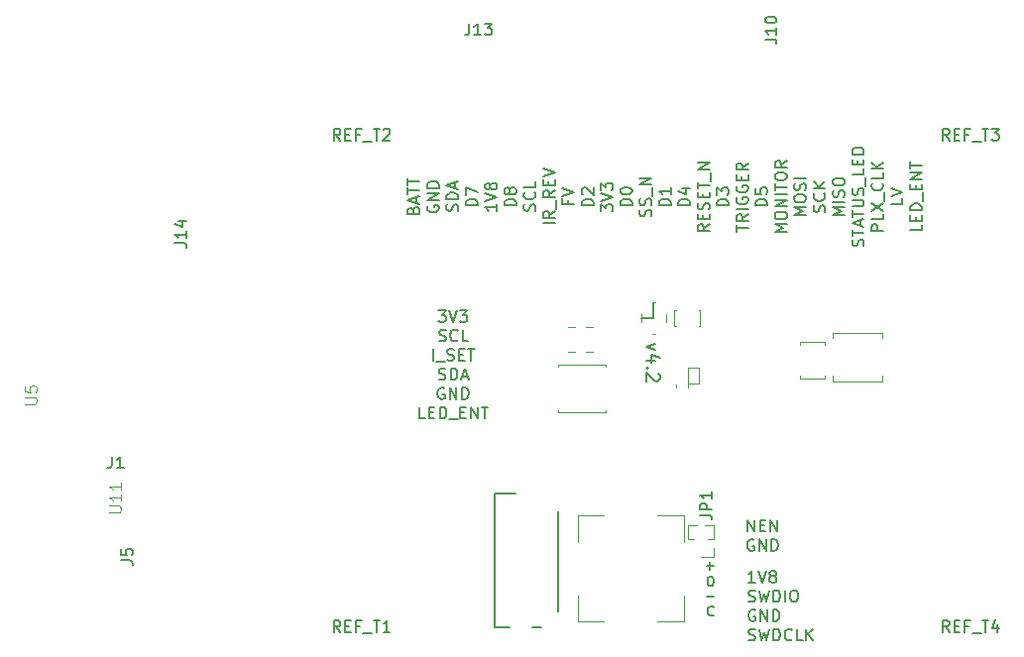
<source format=gbr>
G04 #@! TF.GenerationSoftware,KiCad,Pcbnew,(5.1.5)-3*
G04 #@! TF.CreationDate,2020-09-29T09:43:07+09:00*
G04 #@! TF.ProjectId,WF_Board,57465f42-6f61-4726-942e-6b696361645f,rev?*
G04 #@! TF.SameCoordinates,Original*
G04 #@! TF.FileFunction,Legend,Top*
G04 #@! TF.FilePolarity,Positive*
%FSLAX46Y46*%
G04 Gerber Fmt 4.6, Leading zero omitted, Abs format (unit mm)*
G04 Created by KiCad (PCBNEW (5.1.5)-3) date 2020-09-29 09:43:07*
%MOMM*%
%LPD*%
G04 APERTURE LIST*
%ADD10C,0.150000*%
%ADD11C,0.177800*%
%ADD12C,0.120000*%
%ADD13C,0.100000*%
G04 APERTURE END LIST*
D10*
X116428571Y-78394047D02*
X116476190Y-78251190D01*
X116523809Y-78203571D01*
X116619047Y-78155952D01*
X116761904Y-78155952D01*
X116857142Y-78203571D01*
X116904761Y-78251190D01*
X116952380Y-78346428D01*
X116952380Y-78727380D01*
X115952380Y-78727380D01*
X115952380Y-78394047D01*
X116000000Y-78298809D01*
X116047619Y-78251190D01*
X116142857Y-78203571D01*
X116238095Y-78203571D01*
X116333333Y-78251190D01*
X116380952Y-78298809D01*
X116428571Y-78394047D01*
X116428571Y-78727380D01*
X116666666Y-77775000D02*
X116666666Y-77298809D01*
X116952380Y-77870238D02*
X115952380Y-77536904D01*
X116952380Y-77203571D01*
X115952380Y-77013095D02*
X115952380Y-76441666D01*
X116952380Y-76727380D02*
X115952380Y-76727380D01*
X115952380Y-76251190D02*
X115952380Y-75679761D01*
X116952380Y-75965476D02*
X115952380Y-75965476D01*
X117650000Y-78036904D02*
X117602380Y-78132142D01*
X117602380Y-78275000D01*
X117650000Y-78417857D01*
X117745238Y-78513095D01*
X117840476Y-78560714D01*
X118030952Y-78608333D01*
X118173809Y-78608333D01*
X118364285Y-78560714D01*
X118459523Y-78513095D01*
X118554761Y-78417857D01*
X118602380Y-78275000D01*
X118602380Y-78179761D01*
X118554761Y-78036904D01*
X118507142Y-77989285D01*
X118173809Y-77989285D01*
X118173809Y-78179761D01*
X118602380Y-77560714D02*
X117602380Y-77560714D01*
X118602380Y-76989285D01*
X117602380Y-76989285D01*
X118602380Y-76513095D02*
X117602380Y-76513095D01*
X117602380Y-76275000D01*
X117650000Y-76132142D01*
X117745238Y-76036904D01*
X117840476Y-75989285D01*
X118030952Y-75941666D01*
X118173809Y-75941666D01*
X118364285Y-75989285D01*
X118459523Y-76036904D01*
X118554761Y-76132142D01*
X118602380Y-76275000D01*
X118602380Y-76513095D01*
X120204761Y-78489285D02*
X120252380Y-78346428D01*
X120252380Y-78108333D01*
X120204761Y-78013095D01*
X120157142Y-77965476D01*
X120061904Y-77917857D01*
X119966666Y-77917857D01*
X119871428Y-77965476D01*
X119823809Y-78013095D01*
X119776190Y-78108333D01*
X119728571Y-78298809D01*
X119680952Y-78394047D01*
X119633333Y-78441666D01*
X119538095Y-78489285D01*
X119442857Y-78489285D01*
X119347619Y-78441666D01*
X119300000Y-78394047D01*
X119252380Y-78298809D01*
X119252380Y-78060714D01*
X119300000Y-77917857D01*
X120252380Y-77489285D02*
X119252380Y-77489285D01*
X119252380Y-77251190D01*
X119300000Y-77108333D01*
X119395238Y-77013095D01*
X119490476Y-76965476D01*
X119680952Y-76917857D01*
X119823809Y-76917857D01*
X120014285Y-76965476D01*
X120109523Y-77013095D01*
X120204761Y-77108333D01*
X120252380Y-77251190D01*
X120252380Y-77489285D01*
X119966666Y-76536904D02*
X119966666Y-76060714D01*
X120252380Y-76632142D02*
X119252380Y-76298809D01*
X120252380Y-75965476D01*
X121902380Y-78013095D02*
X120902380Y-78013095D01*
X120902380Y-77775000D01*
X120950000Y-77632142D01*
X121045238Y-77536904D01*
X121140476Y-77489285D01*
X121330952Y-77441666D01*
X121473809Y-77441666D01*
X121664285Y-77489285D01*
X121759523Y-77536904D01*
X121854761Y-77632142D01*
X121902380Y-77775000D01*
X121902380Y-78013095D01*
X120902380Y-77108333D02*
X120902380Y-76441666D01*
X121902380Y-76870238D01*
X123552380Y-77894047D02*
X123552380Y-78465476D01*
X123552380Y-78179761D02*
X122552380Y-78179761D01*
X122695238Y-78275000D01*
X122790476Y-78370238D01*
X122838095Y-78465476D01*
X122552380Y-77608333D02*
X123552380Y-77275000D01*
X122552380Y-76941666D01*
X122980952Y-76465476D02*
X122933333Y-76560714D01*
X122885714Y-76608333D01*
X122790476Y-76655952D01*
X122742857Y-76655952D01*
X122647619Y-76608333D01*
X122600000Y-76560714D01*
X122552380Y-76465476D01*
X122552380Y-76275000D01*
X122600000Y-76179761D01*
X122647619Y-76132142D01*
X122742857Y-76084523D01*
X122790476Y-76084523D01*
X122885714Y-76132142D01*
X122933333Y-76179761D01*
X122980952Y-76275000D01*
X122980952Y-76465476D01*
X123028571Y-76560714D01*
X123076190Y-76608333D01*
X123171428Y-76655952D01*
X123361904Y-76655952D01*
X123457142Y-76608333D01*
X123504761Y-76560714D01*
X123552380Y-76465476D01*
X123552380Y-76275000D01*
X123504761Y-76179761D01*
X123457142Y-76132142D01*
X123361904Y-76084523D01*
X123171428Y-76084523D01*
X123076190Y-76132142D01*
X123028571Y-76179761D01*
X122980952Y-76275000D01*
X125202380Y-78013095D02*
X124202380Y-78013095D01*
X124202380Y-77775000D01*
X124250000Y-77632142D01*
X124345238Y-77536904D01*
X124440476Y-77489285D01*
X124630952Y-77441666D01*
X124773809Y-77441666D01*
X124964285Y-77489285D01*
X125059523Y-77536904D01*
X125154761Y-77632142D01*
X125202380Y-77775000D01*
X125202380Y-78013095D01*
X124630952Y-76870238D02*
X124583333Y-76965476D01*
X124535714Y-77013095D01*
X124440476Y-77060714D01*
X124392857Y-77060714D01*
X124297619Y-77013095D01*
X124250000Y-76965476D01*
X124202380Y-76870238D01*
X124202380Y-76679761D01*
X124250000Y-76584523D01*
X124297619Y-76536904D01*
X124392857Y-76489285D01*
X124440476Y-76489285D01*
X124535714Y-76536904D01*
X124583333Y-76584523D01*
X124630952Y-76679761D01*
X124630952Y-76870238D01*
X124678571Y-76965476D01*
X124726190Y-77013095D01*
X124821428Y-77060714D01*
X125011904Y-77060714D01*
X125107142Y-77013095D01*
X125154761Y-76965476D01*
X125202380Y-76870238D01*
X125202380Y-76679761D01*
X125154761Y-76584523D01*
X125107142Y-76536904D01*
X125011904Y-76489285D01*
X124821428Y-76489285D01*
X124726190Y-76536904D01*
X124678571Y-76584523D01*
X124630952Y-76679761D01*
X126804761Y-78465476D02*
X126852380Y-78322619D01*
X126852380Y-78084523D01*
X126804761Y-77989285D01*
X126757142Y-77941666D01*
X126661904Y-77894047D01*
X126566666Y-77894047D01*
X126471428Y-77941666D01*
X126423809Y-77989285D01*
X126376190Y-78084523D01*
X126328571Y-78275000D01*
X126280952Y-78370238D01*
X126233333Y-78417857D01*
X126138095Y-78465476D01*
X126042857Y-78465476D01*
X125947619Y-78417857D01*
X125900000Y-78370238D01*
X125852380Y-78275000D01*
X125852380Y-78036904D01*
X125900000Y-77894047D01*
X126757142Y-76894047D02*
X126804761Y-76941666D01*
X126852380Y-77084523D01*
X126852380Y-77179761D01*
X126804761Y-77322619D01*
X126709523Y-77417857D01*
X126614285Y-77465476D01*
X126423809Y-77513095D01*
X126280952Y-77513095D01*
X126090476Y-77465476D01*
X125995238Y-77417857D01*
X125900000Y-77322619D01*
X125852380Y-77179761D01*
X125852380Y-77084523D01*
X125900000Y-76941666D01*
X125947619Y-76894047D01*
X126852380Y-75989285D02*
X126852380Y-76465476D01*
X125852380Y-76465476D01*
X128502380Y-79536904D02*
X127502380Y-79536904D01*
X128502380Y-78489285D02*
X128026190Y-78822619D01*
X128502380Y-79060714D02*
X127502380Y-79060714D01*
X127502380Y-78679761D01*
X127550000Y-78584523D01*
X127597619Y-78536904D01*
X127692857Y-78489285D01*
X127835714Y-78489285D01*
X127930952Y-78536904D01*
X127978571Y-78584523D01*
X128026190Y-78679761D01*
X128026190Y-79060714D01*
X128597619Y-78298809D02*
X128597619Y-77536904D01*
X128502380Y-76727380D02*
X128026190Y-77060714D01*
X128502380Y-77298809D02*
X127502380Y-77298809D01*
X127502380Y-76917857D01*
X127550000Y-76822619D01*
X127597619Y-76775000D01*
X127692857Y-76727380D01*
X127835714Y-76727380D01*
X127930952Y-76775000D01*
X127978571Y-76822619D01*
X128026190Y-76917857D01*
X128026190Y-77298809D01*
X127978571Y-76298809D02*
X127978571Y-75965476D01*
X128502380Y-75822619D02*
X128502380Y-76298809D01*
X127502380Y-76298809D01*
X127502380Y-75822619D01*
X127502380Y-75536904D02*
X128502380Y-75203571D01*
X127502380Y-74870238D01*
X129628571Y-77560714D02*
X129628571Y-77894047D01*
X130152380Y-77894047D02*
X129152380Y-77894047D01*
X129152380Y-77417857D01*
X129152380Y-77179761D02*
X130152380Y-76846428D01*
X129152380Y-76513095D01*
X131802380Y-78013095D02*
X130802380Y-78013095D01*
X130802380Y-77775000D01*
X130850000Y-77632142D01*
X130945238Y-77536904D01*
X131040476Y-77489285D01*
X131230952Y-77441666D01*
X131373809Y-77441666D01*
X131564285Y-77489285D01*
X131659523Y-77536904D01*
X131754761Y-77632142D01*
X131802380Y-77775000D01*
X131802380Y-78013095D01*
X130897619Y-77060714D02*
X130850000Y-77013095D01*
X130802380Y-76917857D01*
X130802380Y-76679761D01*
X130850000Y-76584523D01*
X130897619Y-76536904D01*
X130992857Y-76489285D01*
X131088095Y-76489285D01*
X131230952Y-76536904D01*
X131802380Y-77108333D01*
X131802380Y-76489285D01*
X132452380Y-78513095D02*
X132452380Y-77894047D01*
X132833333Y-78227380D01*
X132833333Y-78084523D01*
X132880952Y-77989285D01*
X132928571Y-77941666D01*
X133023809Y-77894047D01*
X133261904Y-77894047D01*
X133357142Y-77941666D01*
X133404761Y-77989285D01*
X133452380Y-78084523D01*
X133452380Y-78370238D01*
X133404761Y-78465476D01*
X133357142Y-78513095D01*
X132452380Y-77608333D02*
X133452380Y-77275000D01*
X132452380Y-76941666D01*
X132452380Y-76703571D02*
X132452380Y-76084523D01*
X132833333Y-76417857D01*
X132833333Y-76275000D01*
X132880952Y-76179761D01*
X132928571Y-76132142D01*
X133023809Y-76084523D01*
X133261904Y-76084523D01*
X133357142Y-76132142D01*
X133404761Y-76179761D01*
X133452380Y-76275000D01*
X133452380Y-76560714D01*
X133404761Y-76655952D01*
X133357142Y-76703571D01*
X135102380Y-78013095D02*
X134102380Y-78013095D01*
X134102380Y-77775000D01*
X134150000Y-77632142D01*
X134245238Y-77536904D01*
X134340476Y-77489285D01*
X134530952Y-77441666D01*
X134673809Y-77441666D01*
X134864285Y-77489285D01*
X134959523Y-77536904D01*
X135054761Y-77632142D01*
X135102380Y-77775000D01*
X135102380Y-78013095D01*
X134102380Y-76822619D02*
X134102380Y-76727380D01*
X134150000Y-76632142D01*
X134197619Y-76584523D01*
X134292857Y-76536904D01*
X134483333Y-76489285D01*
X134721428Y-76489285D01*
X134911904Y-76536904D01*
X135007142Y-76584523D01*
X135054761Y-76632142D01*
X135102380Y-76727380D01*
X135102380Y-76822619D01*
X135054761Y-76917857D01*
X135007142Y-76965476D01*
X134911904Y-77013095D01*
X134721428Y-77060714D01*
X134483333Y-77060714D01*
X134292857Y-77013095D01*
X134197619Y-76965476D01*
X134150000Y-76917857D01*
X134102380Y-76822619D01*
X136704761Y-78941666D02*
X136752380Y-78798809D01*
X136752380Y-78560714D01*
X136704761Y-78465476D01*
X136657142Y-78417857D01*
X136561904Y-78370238D01*
X136466666Y-78370238D01*
X136371428Y-78417857D01*
X136323809Y-78465476D01*
X136276190Y-78560714D01*
X136228571Y-78751190D01*
X136180952Y-78846428D01*
X136133333Y-78894047D01*
X136038095Y-78941666D01*
X135942857Y-78941666D01*
X135847619Y-78894047D01*
X135800000Y-78846428D01*
X135752380Y-78751190D01*
X135752380Y-78513095D01*
X135800000Y-78370238D01*
X136704761Y-77989285D02*
X136752380Y-77846428D01*
X136752380Y-77608333D01*
X136704761Y-77513095D01*
X136657142Y-77465476D01*
X136561904Y-77417857D01*
X136466666Y-77417857D01*
X136371428Y-77465476D01*
X136323809Y-77513095D01*
X136276190Y-77608333D01*
X136228571Y-77798809D01*
X136180952Y-77894047D01*
X136133333Y-77941666D01*
X136038095Y-77989285D01*
X135942857Y-77989285D01*
X135847619Y-77941666D01*
X135800000Y-77894047D01*
X135752380Y-77798809D01*
X135752380Y-77560714D01*
X135800000Y-77417857D01*
X136847619Y-77227380D02*
X136847619Y-76465476D01*
X136752380Y-76227380D02*
X135752380Y-76227380D01*
X136752380Y-75655952D01*
X135752380Y-75655952D01*
X138402380Y-78013095D02*
X137402380Y-78013095D01*
X137402380Y-77775000D01*
X137450000Y-77632142D01*
X137545238Y-77536904D01*
X137640476Y-77489285D01*
X137830952Y-77441666D01*
X137973809Y-77441666D01*
X138164285Y-77489285D01*
X138259523Y-77536904D01*
X138354761Y-77632142D01*
X138402380Y-77775000D01*
X138402380Y-78013095D01*
X138402380Y-76489285D02*
X138402380Y-77060714D01*
X138402380Y-76775000D02*
X137402380Y-76775000D01*
X137545238Y-76870238D01*
X137640476Y-76965476D01*
X137688095Y-77060714D01*
X140052380Y-78013095D02*
X139052380Y-78013095D01*
X139052380Y-77775000D01*
X139100000Y-77632142D01*
X139195238Y-77536904D01*
X139290476Y-77489285D01*
X139480952Y-77441666D01*
X139623809Y-77441666D01*
X139814285Y-77489285D01*
X139909523Y-77536904D01*
X140004761Y-77632142D01*
X140052380Y-77775000D01*
X140052380Y-78013095D01*
X139385714Y-76584523D02*
X140052380Y-76584523D01*
X139004761Y-76822619D02*
X139719047Y-77060714D01*
X139719047Y-76441666D01*
X141702380Y-79632142D02*
X141226190Y-79965476D01*
X141702380Y-80203571D02*
X140702380Y-80203571D01*
X140702380Y-79822619D01*
X140750000Y-79727380D01*
X140797619Y-79679761D01*
X140892857Y-79632142D01*
X141035714Y-79632142D01*
X141130952Y-79679761D01*
X141178571Y-79727380D01*
X141226190Y-79822619D01*
X141226190Y-80203571D01*
X141178571Y-79203571D02*
X141178571Y-78870238D01*
X141702380Y-78727380D02*
X141702380Y-79203571D01*
X140702380Y-79203571D01*
X140702380Y-78727380D01*
X141654761Y-78346428D02*
X141702380Y-78203571D01*
X141702380Y-77965476D01*
X141654761Y-77870238D01*
X141607142Y-77822619D01*
X141511904Y-77775000D01*
X141416666Y-77775000D01*
X141321428Y-77822619D01*
X141273809Y-77870238D01*
X141226190Y-77965476D01*
X141178571Y-78155952D01*
X141130952Y-78251190D01*
X141083333Y-78298809D01*
X140988095Y-78346428D01*
X140892857Y-78346428D01*
X140797619Y-78298809D01*
X140750000Y-78251190D01*
X140702380Y-78155952D01*
X140702380Y-77917857D01*
X140750000Y-77775000D01*
X141178571Y-77346428D02*
X141178571Y-77013095D01*
X141702380Y-76870238D02*
X141702380Y-77346428D01*
X140702380Y-77346428D01*
X140702380Y-76870238D01*
X140702380Y-76584523D02*
X140702380Y-76013095D01*
X141702380Y-76298809D02*
X140702380Y-76298809D01*
X141797619Y-75917857D02*
X141797619Y-75155952D01*
X141702380Y-74917857D02*
X140702380Y-74917857D01*
X141702380Y-74346428D01*
X140702380Y-74346428D01*
X143352380Y-78013095D02*
X142352380Y-78013095D01*
X142352380Y-77775000D01*
X142400000Y-77632142D01*
X142495238Y-77536904D01*
X142590476Y-77489285D01*
X142780952Y-77441666D01*
X142923809Y-77441666D01*
X143114285Y-77489285D01*
X143209523Y-77536904D01*
X143304761Y-77632142D01*
X143352380Y-77775000D01*
X143352380Y-78013095D01*
X142352380Y-77108333D02*
X142352380Y-76489285D01*
X142733333Y-76822619D01*
X142733333Y-76679761D01*
X142780952Y-76584523D01*
X142828571Y-76536904D01*
X142923809Y-76489285D01*
X143161904Y-76489285D01*
X143257142Y-76536904D01*
X143304761Y-76584523D01*
X143352380Y-76679761D01*
X143352380Y-76965476D01*
X143304761Y-77060714D01*
X143257142Y-77108333D01*
X144002380Y-80251190D02*
X144002380Y-79679761D01*
X145002380Y-79965476D02*
X144002380Y-79965476D01*
X145002380Y-78775000D02*
X144526190Y-79108333D01*
X145002380Y-79346428D02*
X144002380Y-79346428D01*
X144002380Y-78965476D01*
X144050000Y-78870238D01*
X144097619Y-78822619D01*
X144192857Y-78775000D01*
X144335714Y-78775000D01*
X144430952Y-78822619D01*
X144478571Y-78870238D01*
X144526190Y-78965476D01*
X144526190Y-79346428D01*
X145002380Y-78346428D02*
X144002380Y-78346428D01*
X144050000Y-77346428D02*
X144002380Y-77441666D01*
X144002380Y-77584523D01*
X144050000Y-77727380D01*
X144145238Y-77822619D01*
X144240476Y-77870238D01*
X144430952Y-77917857D01*
X144573809Y-77917857D01*
X144764285Y-77870238D01*
X144859523Y-77822619D01*
X144954761Y-77727380D01*
X145002380Y-77584523D01*
X145002380Y-77489285D01*
X144954761Y-77346428D01*
X144907142Y-77298809D01*
X144573809Y-77298809D01*
X144573809Y-77489285D01*
X144050000Y-76346428D02*
X144002380Y-76441666D01*
X144002380Y-76584523D01*
X144050000Y-76727380D01*
X144145238Y-76822619D01*
X144240476Y-76870238D01*
X144430952Y-76917857D01*
X144573809Y-76917857D01*
X144764285Y-76870238D01*
X144859523Y-76822619D01*
X144954761Y-76727380D01*
X145002380Y-76584523D01*
X145002380Y-76489285D01*
X144954761Y-76346428D01*
X144907142Y-76298809D01*
X144573809Y-76298809D01*
X144573809Y-76489285D01*
X144478571Y-75870238D02*
X144478571Y-75536904D01*
X145002380Y-75394047D02*
X145002380Y-75870238D01*
X144002380Y-75870238D01*
X144002380Y-75394047D01*
X145002380Y-74394047D02*
X144526190Y-74727380D01*
X145002380Y-74965476D02*
X144002380Y-74965476D01*
X144002380Y-74584523D01*
X144050000Y-74489285D01*
X144097619Y-74441666D01*
X144192857Y-74394047D01*
X144335714Y-74394047D01*
X144430952Y-74441666D01*
X144478571Y-74489285D01*
X144526190Y-74584523D01*
X144526190Y-74965476D01*
X146652380Y-78013095D02*
X145652380Y-78013095D01*
X145652380Y-77775000D01*
X145700000Y-77632142D01*
X145795238Y-77536904D01*
X145890476Y-77489285D01*
X146080952Y-77441666D01*
X146223809Y-77441666D01*
X146414285Y-77489285D01*
X146509523Y-77536904D01*
X146604761Y-77632142D01*
X146652380Y-77775000D01*
X146652380Y-78013095D01*
X145652380Y-76536904D02*
X145652380Y-77013095D01*
X146128571Y-77060714D01*
X146080952Y-77013095D01*
X146033333Y-76917857D01*
X146033333Y-76679761D01*
X146080952Y-76584523D01*
X146128571Y-76536904D01*
X146223809Y-76489285D01*
X146461904Y-76489285D01*
X146557142Y-76536904D01*
X146604761Y-76584523D01*
X146652380Y-76679761D01*
X146652380Y-76917857D01*
X146604761Y-77013095D01*
X146557142Y-77060714D01*
X148302380Y-80298809D02*
X147302380Y-80298809D01*
X148016666Y-79965476D01*
X147302380Y-79632142D01*
X148302380Y-79632142D01*
X147302380Y-78965476D02*
X147302380Y-78775000D01*
X147350000Y-78679761D01*
X147445238Y-78584523D01*
X147635714Y-78536904D01*
X147969047Y-78536904D01*
X148159523Y-78584523D01*
X148254761Y-78679761D01*
X148302380Y-78775000D01*
X148302380Y-78965476D01*
X148254761Y-79060714D01*
X148159523Y-79155952D01*
X147969047Y-79203571D01*
X147635714Y-79203571D01*
X147445238Y-79155952D01*
X147350000Y-79060714D01*
X147302380Y-78965476D01*
X148302380Y-78108333D02*
X147302380Y-78108333D01*
X148302380Y-77536904D01*
X147302380Y-77536904D01*
X148302380Y-77060714D02*
X147302380Y-77060714D01*
X147302380Y-76727380D02*
X147302380Y-76155952D01*
X148302380Y-76441666D02*
X147302380Y-76441666D01*
X147302380Y-75632142D02*
X147302380Y-75441666D01*
X147350000Y-75346428D01*
X147445238Y-75251190D01*
X147635714Y-75203571D01*
X147969047Y-75203571D01*
X148159523Y-75251190D01*
X148254761Y-75346428D01*
X148302380Y-75441666D01*
X148302380Y-75632142D01*
X148254761Y-75727380D01*
X148159523Y-75822619D01*
X147969047Y-75870238D01*
X147635714Y-75870238D01*
X147445238Y-75822619D01*
X147350000Y-75727380D01*
X147302380Y-75632142D01*
X148302380Y-74203571D02*
X147826190Y-74536904D01*
X148302380Y-74775000D02*
X147302380Y-74775000D01*
X147302380Y-74394047D01*
X147350000Y-74298809D01*
X147397619Y-74251190D01*
X147492857Y-74203571D01*
X147635714Y-74203571D01*
X147730952Y-74251190D01*
X147778571Y-74298809D01*
X147826190Y-74394047D01*
X147826190Y-74775000D01*
X149952380Y-78846428D02*
X148952380Y-78846428D01*
X149666666Y-78513095D01*
X148952380Y-78179761D01*
X149952380Y-78179761D01*
X148952380Y-77513095D02*
X148952380Y-77322619D01*
X149000000Y-77227380D01*
X149095238Y-77132142D01*
X149285714Y-77084523D01*
X149619047Y-77084523D01*
X149809523Y-77132142D01*
X149904761Y-77227380D01*
X149952380Y-77322619D01*
X149952380Y-77513095D01*
X149904761Y-77608333D01*
X149809523Y-77703571D01*
X149619047Y-77751190D01*
X149285714Y-77751190D01*
X149095238Y-77703571D01*
X149000000Y-77608333D01*
X148952380Y-77513095D01*
X149904761Y-76703571D02*
X149952380Y-76560714D01*
X149952380Y-76322619D01*
X149904761Y-76227380D01*
X149857142Y-76179761D01*
X149761904Y-76132142D01*
X149666666Y-76132142D01*
X149571428Y-76179761D01*
X149523809Y-76227380D01*
X149476190Y-76322619D01*
X149428571Y-76513095D01*
X149380952Y-76608333D01*
X149333333Y-76655952D01*
X149238095Y-76703571D01*
X149142857Y-76703571D01*
X149047619Y-76655952D01*
X149000000Y-76608333D01*
X148952380Y-76513095D01*
X148952380Y-76275000D01*
X149000000Y-76132142D01*
X149952380Y-75703571D02*
X148952380Y-75703571D01*
X151554761Y-78560714D02*
X151602380Y-78417857D01*
X151602380Y-78179761D01*
X151554761Y-78084523D01*
X151507142Y-78036904D01*
X151411904Y-77989285D01*
X151316666Y-77989285D01*
X151221428Y-78036904D01*
X151173809Y-78084523D01*
X151126190Y-78179761D01*
X151078571Y-78370238D01*
X151030952Y-78465476D01*
X150983333Y-78513095D01*
X150888095Y-78560714D01*
X150792857Y-78560714D01*
X150697619Y-78513095D01*
X150650000Y-78465476D01*
X150602380Y-78370238D01*
X150602380Y-78132142D01*
X150650000Y-77989285D01*
X151507142Y-76989285D02*
X151554761Y-77036904D01*
X151602380Y-77179761D01*
X151602380Y-77275000D01*
X151554761Y-77417857D01*
X151459523Y-77513095D01*
X151364285Y-77560714D01*
X151173809Y-77608333D01*
X151030952Y-77608333D01*
X150840476Y-77560714D01*
X150745238Y-77513095D01*
X150650000Y-77417857D01*
X150602380Y-77275000D01*
X150602380Y-77179761D01*
X150650000Y-77036904D01*
X150697619Y-76989285D01*
X151602380Y-76560714D02*
X150602380Y-76560714D01*
X151602380Y-75989285D02*
X151030952Y-76417857D01*
X150602380Y-75989285D02*
X151173809Y-76560714D01*
X153252380Y-78846428D02*
X152252380Y-78846428D01*
X152966666Y-78513095D01*
X152252380Y-78179761D01*
X153252380Y-78179761D01*
X153252380Y-77703571D02*
X152252380Y-77703571D01*
X153204761Y-77275000D02*
X153252380Y-77132142D01*
X153252380Y-76894047D01*
X153204761Y-76798809D01*
X153157142Y-76751190D01*
X153061904Y-76703571D01*
X152966666Y-76703571D01*
X152871428Y-76751190D01*
X152823809Y-76798809D01*
X152776190Y-76894047D01*
X152728571Y-77084523D01*
X152680952Y-77179761D01*
X152633333Y-77227380D01*
X152538095Y-77275000D01*
X152442857Y-77275000D01*
X152347619Y-77227380D01*
X152300000Y-77179761D01*
X152252380Y-77084523D01*
X152252380Y-76846428D01*
X152300000Y-76703571D01*
X152252380Y-76084523D02*
X152252380Y-75894047D01*
X152300000Y-75798809D01*
X152395238Y-75703571D01*
X152585714Y-75655952D01*
X152919047Y-75655952D01*
X153109523Y-75703571D01*
X153204761Y-75798809D01*
X153252380Y-75894047D01*
X153252380Y-76084523D01*
X153204761Y-76179761D01*
X153109523Y-76275000D01*
X152919047Y-76322619D01*
X152585714Y-76322619D01*
X152395238Y-76275000D01*
X152300000Y-76179761D01*
X152252380Y-76084523D01*
X154854761Y-81489285D02*
X154902380Y-81346428D01*
X154902380Y-81108333D01*
X154854761Y-81013095D01*
X154807142Y-80965476D01*
X154711904Y-80917857D01*
X154616666Y-80917857D01*
X154521428Y-80965476D01*
X154473809Y-81013095D01*
X154426190Y-81108333D01*
X154378571Y-81298809D01*
X154330952Y-81394047D01*
X154283333Y-81441666D01*
X154188095Y-81489285D01*
X154092857Y-81489285D01*
X153997619Y-81441666D01*
X153950000Y-81394047D01*
X153902380Y-81298809D01*
X153902380Y-81060714D01*
X153950000Y-80917857D01*
X153902380Y-80632142D02*
X153902380Y-80060714D01*
X154902380Y-80346428D02*
X153902380Y-80346428D01*
X154616666Y-79775000D02*
X154616666Y-79298809D01*
X154902380Y-79870238D02*
X153902380Y-79536904D01*
X154902380Y-79203571D01*
X153902380Y-79013095D02*
X153902380Y-78441666D01*
X154902380Y-78727380D02*
X153902380Y-78727380D01*
X153902380Y-78108333D02*
X154711904Y-78108333D01*
X154807142Y-78060714D01*
X154854761Y-78013095D01*
X154902380Y-77917857D01*
X154902380Y-77727380D01*
X154854761Y-77632142D01*
X154807142Y-77584523D01*
X154711904Y-77536904D01*
X153902380Y-77536904D01*
X154854761Y-77108333D02*
X154902380Y-76965476D01*
X154902380Y-76727380D01*
X154854761Y-76632142D01*
X154807142Y-76584523D01*
X154711904Y-76536904D01*
X154616666Y-76536904D01*
X154521428Y-76584523D01*
X154473809Y-76632142D01*
X154426190Y-76727380D01*
X154378571Y-76917857D01*
X154330952Y-77013095D01*
X154283333Y-77060714D01*
X154188095Y-77108333D01*
X154092857Y-77108333D01*
X153997619Y-77060714D01*
X153950000Y-77013095D01*
X153902380Y-76917857D01*
X153902380Y-76679761D01*
X153950000Y-76536904D01*
X154997619Y-76346428D02*
X154997619Y-75584523D01*
X154902380Y-74870238D02*
X154902380Y-75346428D01*
X153902380Y-75346428D01*
X154378571Y-74536904D02*
X154378571Y-74203571D01*
X154902380Y-74060714D02*
X154902380Y-74536904D01*
X153902380Y-74536904D01*
X153902380Y-74060714D01*
X154902380Y-73632142D02*
X153902380Y-73632142D01*
X153902380Y-73394047D01*
X153950000Y-73251190D01*
X154045238Y-73155952D01*
X154140476Y-73108333D01*
X154330952Y-73060714D01*
X154473809Y-73060714D01*
X154664285Y-73108333D01*
X154759523Y-73155952D01*
X154854761Y-73251190D01*
X154902380Y-73394047D01*
X154902380Y-73632142D01*
X156552380Y-80203571D02*
X155552380Y-80203571D01*
X155552380Y-79822619D01*
X155600000Y-79727380D01*
X155647619Y-79679761D01*
X155742857Y-79632142D01*
X155885714Y-79632142D01*
X155980952Y-79679761D01*
X156028571Y-79727380D01*
X156076190Y-79822619D01*
X156076190Y-80203571D01*
X156552380Y-78727380D02*
X156552380Y-79203571D01*
X155552380Y-79203571D01*
X155552380Y-78489285D02*
X156552380Y-77822619D01*
X155552380Y-77822619D02*
X156552380Y-78489285D01*
X156647619Y-77679761D02*
X156647619Y-76917857D01*
X156457142Y-76108333D02*
X156504761Y-76155952D01*
X156552380Y-76298809D01*
X156552380Y-76394047D01*
X156504761Y-76536904D01*
X156409523Y-76632142D01*
X156314285Y-76679761D01*
X156123809Y-76727380D01*
X155980952Y-76727380D01*
X155790476Y-76679761D01*
X155695238Y-76632142D01*
X155600000Y-76536904D01*
X155552380Y-76394047D01*
X155552380Y-76298809D01*
X155600000Y-76155952D01*
X155647619Y-76108333D01*
X156552380Y-75203571D02*
X156552380Y-75679761D01*
X155552380Y-75679761D01*
X156552380Y-74870238D02*
X155552380Y-74870238D01*
X156552380Y-74298809D02*
X155980952Y-74727380D01*
X155552380Y-74298809D02*
X156123809Y-74870238D01*
X158202380Y-77394047D02*
X158202380Y-77870238D01*
X157202380Y-77870238D01*
X157202380Y-77203571D02*
X158202380Y-76870238D01*
X157202380Y-76536904D01*
X159852380Y-79655952D02*
X159852380Y-80132142D01*
X158852380Y-80132142D01*
X159328571Y-79322619D02*
X159328571Y-78989285D01*
X159852380Y-78846428D02*
X159852380Y-79322619D01*
X158852380Y-79322619D01*
X158852380Y-78846428D01*
X159852380Y-78417857D02*
X158852380Y-78417857D01*
X158852380Y-78179761D01*
X158900000Y-78036904D01*
X158995238Y-77941666D01*
X159090476Y-77894047D01*
X159280952Y-77846428D01*
X159423809Y-77846428D01*
X159614285Y-77894047D01*
X159709523Y-77941666D01*
X159804761Y-78036904D01*
X159852380Y-78179761D01*
X159852380Y-78417857D01*
X159947619Y-77655952D02*
X159947619Y-76894047D01*
X159328571Y-76655952D02*
X159328571Y-76322619D01*
X159852380Y-76179761D02*
X159852380Y-76655952D01*
X158852380Y-76655952D01*
X158852380Y-76179761D01*
X159852380Y-75751190D02*
X158852380Y-75751190D01*
X159852380Y-75179761D01*
X158852380Y-75179761D01*
X158852380Y-74846428D02*
X158852380Y-74275000D01*
X159852380Y-74560714D02*
X158852380Y-74560714D01*
X118576904Y-86962380D02*
X119195952Y-86962380D01*
X118862619Y-87343333D01*
X119005476Y-87343333D01*
X119100714Y-87390952D01*
X119148333Y-87438571D01*
X119195952Y-87533809D01*
X119195952Y-87771904D01*
X119148333Y-87867142D01*
X119100714Y-87914761D01*
X119005476Y-87962380D01*
X118719761Y-87962380D01*
X118624523Y-87914761D01*
X118576904Y-87867142D01*
X119481666Y-86962380D02*
X119815000Y-87962380D01*
X120148333Y-86962380D01*
X120386428Y-86962380D02*
X121005476Y-86962380D01*
X120672142Y-87343333D01*
X120815000Y-87343333D01*
X120910238Y-87390952D01*
X120957857Y-87438571D01*
X121005476Y-87533809D01*
X121005476Y-87771904D01*
X120957857Y-87867142D01*
X120910238Y-87914761D01*
X120815000Y-87962380D01*
X120529285Y-87962380D01*
X120434047Y-87914761D01*
X120386428Y-87867142D01*
X118624523Y-89564761D02*
X118767380Y-89612380D01*
X119005476Y-89612380D01*
X119100714Y-89564761D01*
X119148333Y-89517142D01*
X119195952Y-89421904D01*
X119195952Y-89326666D01*
X119148333Y-89231428D01*
X119100714Y-89183809D01*
X119005476Y-89136190D01*
X118815000Y-89088571D01*
X118719761Y-89040952D01*
X118672142Y-88993333D01*
X118624523Y-88898095D01*
X118624523Y-88802857D01*
X118672142Y-88707619D01*
X118719761Y-88660000D01*
X118815000Y-88612380D01*
X119053095Y-88612380D01*
X119195952Y-88660000D01*
X120195952Y-89517142D02*
X120148333Y-89564761D01*
X120005476Y-89612380D01*
X119910238Y-89612380D01*
X119767380Y-89564761D01*
X119672142Y-89469523D01*
X119624523Y-89374285D01*
X119576904Y-89183809D01*
X119576904Y-89040952D01*
X119624523Y-88850476D01*
X119672142Y-88755238D01*
X119767380Y-88660000D01*
X119910238Y-88612380D01*
X120005476Y-88612380D01*
X120148333Y-88660000D01*
X120195952Y-88707619D01*
X121100714Y-89612380D02*
X120624523Y-89612380D01*
X120624523Y-88612380D01*
X118124523Y-91262380D02*
X118124523Y-90262380D01*
X118362619Y-91357619D02*
X119124523Y-91357619D01*
X119315000Y-91214761D02*
X119457857Y-91262380D01*
X119695952Y-91262380D01*
X119791190Y-91214761D01*
X119838809Y-91167142D01*
X119886428Y-91071904D01*
X119886428Y-90976666D01*
X119838809Y-90881428D01*
X119791190Y-90833809D01*
X119695952Y-90786190D01*
X119505476Y-90738571D01*
X119410238Y-90690952D01*
X119362619Y-90643333D01*
X119315000Y-90548095D01*
X119315000Y-90452857D01*
X119362619Y-90357619D01*
X119410238Y-90310000D01*
X119505476Y-90262380D01*
X119743571Y-90262380D01*
X119886428Y-90310000D01*
X120315000Y-90738571D02*
X120648333Y-90738571D01*
X120791190Y-91262380D02*
X120315000Y-91262380D01*
X120315000Y-90262380D01*
X120791190Y-90262380D01*
X121076904Y-90262380D02*
X121648333Y-90262380D01*
X121362619Y-91262380D02*
X121362619Y-90262380D01*
X118600714Y-92864761D02*
X118743571Y-92912380D01*
X118981666Y-92912380D01*
X119076904Y-92864761D01*
X119124523Y-92817142D01*
X119172142Y-92721904D01*
X119172142Y-92626666D01*
X119124523Y-92531428D01*
X119076904Y-92483809D01*
X118981666Y-92436190D01*
X118791190Y-92388571D01*
X118695952Y-92340952D01*
X118648333Y-92293333D01*
X118600714Y-92198095D01*
X118600714Y-92102857D01*
X118648333Y-92007619D01*
X118695952Y-91960000D01*
X118791190Y-91912380D01*
X119029285Y-91912380D01*
X119172142Y-91960000D01*
X119600714Y-92912380D02*
X119600714Y-91912380D01*
X119838809Y-91912380D01*
X119981666Y-91960000D01*
X120076904Y-92055238D01*
X120124523Y-92150476D01*
X120172142Y-92340952D01*
X120172142Y-92483809D01*
X120124523Y-92674285D01*
X120076904Y-92769523D01*
X119981666Y-92864761D01*
X119838809Y-92912380D01*
X119600714Y-92912380D01*
X120553095Y-92626666D02*
X121029285Y-92626666D01*
X120457857Y-92912380D02*
X120791190Y-91912380D01*
X121124523Y-92912380D01*
X119053095Y-93610000D02*
X118957857Y-93562380D01*
X118815000Y-93562380D01*
X118672142Y-93610000D01*
X118576904Y-93705238D01*
X118529285Y-93800476D01*
X118481666Y-93990952D01*
X118481666Y-94133809D01*
X118529285Y-94324285D01*
X118576904Y-94419523D01*
X118672142Y-94514761D01*
X118815000Y-94562380D01*
X118910238Y-94562380D01*
X119053095Y-94514761D01*
X119100714Y-94467142D01*
X119100714Y-94133809D01*
X118910238Y-94133809D01*
X119529285Y-94562380D02*
X119529285Y-93562380D01*
X120100714Y-94562380D01*
X120100714Y-93562380D01*
X120576904Y-94562380D02*
X120576904Y-93562380D01*
X120815000Y-93562380D01*
X120957857Y-93610000D01*
X121053095Y-93705238D01*
X121100714Y-93800476D01*
X121148333Y-93990952D01*
X121148333Y-94133809D01*
X121100714Y-94324285D01*
X121053095Y-94419523D01*
X120957857Y-94514761D01*
X120815000Y-94562380D01*
X120576904Y-94562380D01*
X117434047Y-96212380D02*
X116957857Y-96212380D01*
X116957857Y-95212380D01*
X117767380Y-95688571D02*
X118100714Y-95688571D01*
X118243571Y-96212380D02*
X117767380Y-96212380D01*
X117767380Y-95212380D01*
X118243571Y-95212380D01*
X118672142Y-96212380D02*
X118672142Y-95212380D01*
X118910238Y-95212380D01*
X119053095Y-95260000D01*
X119148333Y-95355238D01*
X119195952Y-95450476D01*
X119243571Y-95640952D01*
X119243571Y-95783809D01*
X119195952Y-95974285D01*
X119148333Y-96069523D01*
X119053095Y-96164761D01*
X118910238Y-96212380D01*
X118672142Y-96212380D01*
X119434047Y-96307619D02*
X120195952Y-96307619D01*
X120434047Y-95688571D02*
X120767380Y-95688571D01*
X120910238Y-96212380D02*
X120434047Y-96212380D01*
X120434047Y-95212380D01*
X120910238Y-95212380D01*
X121338809Y-96212380D02*
X121338809Y-95212380D01*
X121910238Y-96212380D01*
X121910238Y-95212380D01*
X122243571Y-95212380D02*
X122815000Y-95212380D01*
X122529285Y-96212380D02*
X122529285Y-95212380D01*
X144988095Y-105877380D02*
X144988095Y-104877380D01*
X145559523Y-105877380D01*
X145559523Y-104877380D01*
X146035714Y-105353571D02*
X146369047Y-105353571D01*
X146511904Y-105877380D02*
X146035714Y-105877380D01*
X146035714Y-104877380D01*
X146511904Y-104877380D01*
X146940476Y-105877380D02*
X146940476Y-104877380D01*
X147511904Y-105877380D01*
X147511904Y-104877380D01*
X145488095Y-106575000D02*
X145392857Y-106527380D01*
X145250000Y-106527380D01*
X145107142Y-106575000D01*
X145011904Y-106670238D01*
X144964285Y-106765476D01*
X144916666Y-106955952D01*
X144916666Y-107098809D01*
X144964285Y-107289285D01*
X145011904Y-107384523D01*
X145107142Y-107479761D01*
X145250000Y-107527380D01*
X145345238Y-107527380D01*
X145488095Y-107479761D01*
X145535714Y-107432142D01*
X145535714Y-107098809D01*
X145345238Y-107098809D01*
X145964285Y-107527380D02*
X145964285Y-106527380D01*
X146535714Y-107527380D01*
X146535714Y-106527380D01*
X147011904Y-107527380D02*
X147011904Y-106527380D01*
X147250000Y-106527380D01*
X147392857Y-106575000D01*
X147488095Y-106670238D01*
X147535714Y-106765476D01*
X147583333Y-106955952D01*
X147583333Y-107098809D01*
X147535714Y-107289285D01*
X147488095Y-107384523D01*
X147392857Y-107479761D01*
X147250000Y-107527380D01*
X147011904Y-107527380D01*
X145609404Y-110227380D02*
X145037976Y-110227380D01*
X145323690Y-110227380D02*
X145323690Y-109227380D01*
X145228452Y-109370238D01*
X145133214Y-109465476D01*
X145037976Y-109513095D01*
X145895119Y-109227380D02*
X146228452Y-110227380D01*
X146561785Y-109227380D01*
X147037976Y-109655952D02*
X146942738Y-109608333D01*
X146895119Y-109560714D01*
X146847500Y-109465476D01*
X146847500Y-109417857D01*
X146895119Y-109322619D01*
X146942738Y-109275000D01*
X147037976Y-109227380D01*
X147228452Y-109227380D01*
X147323690Y-109275000D01*
X147371309Y-109322619D01*
X147418928Y-109417857D01*
X147418928Y-109465476D01*
X147371309Y-109560714D01*
X147323690Y-109608333D01*
X147228452Y-109655952D01*
X147037976Y-109655952D01*
X146942738Y-109703571D01*
X146895119Y-109751190D01*
X146847500Y-109846428D01*
X146847500Y-110036904D01*
X146895119Y-110132142D01*
X146942738Y-110179761D01*
X147037976Y-110227380D01*
X147228452Y-110227380D01*
X147323690Y-110179761D01*
X147371309Y-110132142D01*
X147418928Y-110036904D01*
X147418928Y-109846428D01*
X147371309Y-109751190D01*
X147323690Y-109703571D01*
X147228452Y-109655952D01*
X145037976Y-111829761D02*
X145180833Y-111877380D01*
X145418928Y-111877380D01*
X145514166Y-111829761D01*
X145561785Y-111782142D01*
X145609404Y-111686904D01*
X145609404Y-111591666D01*
X145561785Y-111496428D01*
X145514166Y-111448809D01*
X145418928Y-111401190D01*
X145228452Y-111353571D01*
X145133214Y-111305952D01*
X145085595Y-111258333D01*
X145037976Y-111163095D01*
X145037976Y-111067857D01*
X145085595Y-110972619D01*
X145133214Y-110925000D01*
X145228452Y-110877380D01*
X145466547Y-110877380D01*
X145609404Y-110925000D01*
X145942738Y-110877380D02*
X146180833Y-111877380D01*
X146371309Y-111163095D01*
X146561785Y-111877380D01*
X146799880Y-110877380D01*
X147180833Y-111877380D02*
X147180833Y-110877380D01*
X147418928Y-110877380D01*
X147561785Y-110925000D01*
X147657023Y-111020238D01*
X147704642Y-111115476D01*
X147752261Y-111305952D01*
X147752261Y-111448809D01*
X147704642Y-111639285D01*
X147657023Y-111734523D01*
X147561785Y-111829761D01*
X147418928Y-111877380D01*
X147180833Y-111877380D01*
X148180833Y-111877380D02*
X148180833Y-110877380D01*
X148847500Y-110877380D02*
X149037976Y-110877380D01*
X149133214Y-110925000D01*
X149228452Y-111020238D01*
X149276071Y-111210714D01*
X149276071Y-111544047D01*
X149228452Y-111734523D01*
X149133214Y-111829761D01*
X149037976Y-111877380D01*
X148847500Y-111877380D01*
X148752261Y-111829761D01*
X148657023Y-111734523D01*
X148609404Y-111544047D01*
X148609404Y-111210714D01*
X148657023Y-111020238D01*
X148752261Y-110925000D01*
X148847500Y-110877380D01*
X145609404Y-112575000D02*
X145514166Y-112527380D01*
X145371309Y-112527380D01*
X145228452Y-112575000D01*
X145133214Y-112670238D01*
X145085595Y-112765476D01*
X145037976Y-112955952D01*
X145037976Y-113098809D01*
X145085595Y-113289285D01*
X145133214Y-113384523D01*
X145228452Y-113479761D01*
X145371309Y-113527380D01*
X145466547Y-113527380D01*
X145609404Y-113479761D01*
X145657023Y-113432142D01*
X145657023Y-113098809D01*
X145466547Y-113098809D01*
X146085595Y-113527380D02*
X146085595Y-112527380D01*
X146657023Y-113527380D01*
X146657023Y-112527380D01*
X147133214Y-113527380D02*
X147133214Y-112527380D01*
X147371309Y-112527380D01*
X147514166Y-112575000D01*
X147609404Y-112670238D01*
X147657023Y-112765476D01*
X147704642Y-112955952D01*
X147704642Y-113098809D01*
X147657023Y-113289285D01*
X147609404Y-113384523D01*
X147514166Y-113479761D01*
X147371309Y-113527380D01*
X147133214Y-113527380D01*
X145037976Y-115129761D02*
X145180833Y-115177380D01*
X145418928Y-115177380D01*
X145514166Y-115129761D01*
X145561785Y-115082142D01*
X145609404Y-114986904D01*
X145609404Y-114891666D01*
X145561785Y-114796428D01*
X145514166Y-114748809D01*
X145418928Y-114701190D01*
X145228452Y-114653571D01*
X145133214Y-114605952D01*
X145085595Y-114558333D01*
X145037976Y-114463095D01*
X145037976Y-114367857D01*
X145085595Y-114272619D01*
X145133214Y-114225000D01*
X145228452Y-114177380D01*
X145466547Y-114177380D01*
X145609404Y-114225000D01*
X145942738Y-114177380D02*
X146180833Y-115177380D01*
X146371309Y-114463095D01*
X146561785Y-115177380D01*
X146799880Y-114177380D01*
X147180833Y-115177380D02*
X147180833Y-114177380D01*
X147418928Y-114177380D01*
X147561785Y-114225000D01*
X147657023Y-114320238D01*
X147704642Y-114415476D01*
X147752261Y-114605952D01*
X147752261Y-114748809D01*
X147704642Y-114939285D01*
X147657023Y-115034523D01*
X147561785Y-115129761D01*
X147418928Y-115177380D01*
X147180833Y-115177380D01*
X148752261Y-115082142D02*
X148704642Y-115129761D01*
X148561785Y-115177380D01*
X148466547Y-115177380D01*
X148323690Y-115129761D01*
X148228452Y-115034523D01*
X148180833Y-114939285D01*
X148133214Y-114748809D01*
X148133214Y-114605952D01*
X148180833Y-114415476D01*
X148228452Y-114320238D01*
X148323690Y-114225000D01*
X148466547Y-114177380D01*
X148561785Y-114177380D01*
X148704642Y-114225000D01*
X148752261Y-114272619D01*
X149657023Y-115177380D02*
X149180833Y-115177380D01*
X149180833Y-114177380D01*
X149990357Y-115177380D02*
X149990357Y-114177380D01*
X150561785Y-115177380D02*
X150133214Y-114605952D01*
X150561785Y-114177380D02*
X149990357Y-114748809D01*
D11*
X137105448Y-89817322D02*
X136343448Y-90089465D01*
X137105448Y-90361608D01*
X137105448Y-91286894D02*
X136343448Y-91286894D01*
X137540877Y-91014751D02*
X136724448Y-90742608D01*
X136724448Y-91450180D01*
X136452305Y-91885608D02*
X136397877Y-91940037D01*
X136343448Y-91885608D01*
X136397877Y-91831180D01*
X136452305Y-91885608D01*
X136343448Y-91885608D01*
X137377591Y-92375465D02*
X137432020Y-92429894D01*
X137486448Y-92538751D01*
X137486448Y-92810894D01*
X137432020Y-92919751D01*
X137377591Y-92974180D01*
X137268734Y-93028608D01*
X137159877Y-93028608D01*
X136996591Y-92974180D01*
X136343448Y-92321037D01*
X136343448Y-93028608D01*
D12*
X142080000Y-108061160D02*
X140970000Y-108061160D01*
X142080000Y-107301160D02*
X142080000Y-108061160D01*
X140406529Y-106541160D02*
X139860000Y-106541160D01*
X142080000Y-106541160D02*
X141533471Y-106541160D01*
X139860000Y-106541160D02*
X139860000Y-105336160D01*
X142080000Y-106541160D02*
X142080000Y-105336160D01*
X140662470Y-105336160D02*
X139860000Y-105336160D01*
X142080000Y-105336160D02*
X141277530Y-105336160D01*
D13*
X156439940Y-88885540D02*
X156439940Y-89355540D01*
X152279940Y-88885540D02*
X156439940Y-88885540D01*
X152279940Y-89355540D02*
X152279940Y-88885540D01*
X156439940Y-93045540D02*
X156439940Y-92575540D01*
X152279940Y-93045540D02*
X156439940Y-93045540D01*
X152279940Y-92575540D02*
X152279940Y-93045540D01*
X138876320Y-93287580D02*
X138876320Y-93537580D01*
X139836320Y-93287580D02*
X139836320Y-93537580D01*
D10*
X126564780Y-114019441D02*
X127364780Y-114019441D01*
X128764780Y-104119441D02*
X128764780Y-112719441D01*
X123364780Y-102619441D02*
X125164780Y-102619441D01*
X123364780Y-114019441D02*
X124664780Y-114019441D01*
X123364780Y-102619441D02*
X123364780Y-114019441D01*
D13*
X149472560Y-92786800D02*
X149472560Y-92521800D01*
X151572560Y-92786800D02*
X149472560Y-92786800D01*
X151572560Y-92521800D02*
X151572560Y-92786800D01*
X149472560Y-89686800D02*
X149472560Y-89951800D01*
X151572560Y-89686800D02*
X149472560Y-89686800D01*
X151572560Y-89951800D02*
X151572560Y-89686800D01*
X129650140Y-90481340D02*
X130220140Y-90481340D01*
X129650140Y-88361340D02*
X130220140Y-88361340D01*
X131710140Y-88361340D02*
X131140140Y-88361340D01*
X131710140Y-90481340D02*
X131140140Y-90481340D01*
X130444780Y-113574440D02*
X132709780Y-113574440D01*
X130444780Y-111309440D02*
X130444780Y-113574440D01*
X130444780Y-104514440D02*
X132709780Y-104514440D01*
X130444780Y-106779440D02*
X130444780Y-104514440D01*
X139504780Y-104514440D02*
X137239780Y-104514440D01*
X139504780Y-106779440D02*
X139504780Y-104514440D01*
X139504780Y-113574440D02*
X137239780Y-113574440D01*
X139504780Y-111309440D02*
X139504780Y-113574440D01*
X128759800Y-95665840D02*
X128759800Y-95470840D01*
X132819800Y-95665840D02*
X128759800Y-95665840D01*
X132819800Y-95470840D02*
X132819800Y-95665840D01*
X128759800Y-91605840D02*
X128759800Y-91800840D01*
X132819800Y-91605840D02*
X128759800Y-91605840D01*
X132819800Y-91800840D02*
X132819800Y-91605840D01*
X138733520Y-86921380D02*
X138843520Y-86921380D01*
X138733520Y-88321380D02*
X138733520Y-86921380D01*
X138843520Y-88321380D02*
X138733520Y-88321380D01*
X140893520Y-86921380D02*
X140783520Y-86921380D01*
X140893520Y-88321380D02*
X140893520Y-86921380D01*
X140783520Y-88321380D02*
X140893520Y-88321380D01*
X136788320Y-86316780D02*
X137098320Y-86316780D01*
X136788320Y-88976780D02*
X137098320Y-88976780D01*
X135863320Y-87291780D02*
X135863320Y-88001780D01*
X138023320Y-88001780D02*
X138023320Y-87291780D01*
D10*
X136943320Y-86371780D02*
X136943320Y-87646780D01*
X136943320Y-87646780D02*
X135893320Y-87646780D01*
D12*
X140786920Y-93198980D02*
X139906920Y-93198980D01*
X139906920Y-93198980D02*
X139906920Y-91898980D01*
X139906920Y-91898980D02*
X140786920Y-91898980D01*
X140786920Y-91898980D02*
X140786920Y-93198980D01*
D13*
X140560120Y-92089580D02*
G75*
G03X140560120Y-92089580I-50000J0D01*
G01*
D10*
X140922380Y-104473333D02*
X141636666Y-104473333D01*
X141779523Y-104520952D01*
X141874761Y-104616190D01*
X141922380Y-104759047D01*
X141922380Y-104854285D01*
X141922380Y-103997142D02*
X140922380Y-103997142D01*
X140922380Y-103616190D01*
X140970000Y-103520952D01*
X141017619Y-103473333D01*
X141112857Y-103425714D01*
X141255714Y-103425714D01*
X141350952Y-103473333D01*
X141398571Y-103520952D01*
X141446190Y-103616190D01*
X141446190Y-103997142D01*
X141922380Y-102473333D02*
X141922380Y-103044761D01*
X141922380Y-102759047D02*
X140922380Y-102759047D01*
X141065238Y-102854285D01*
X141160476Y-102949523D01*
X141208095Y-103044761D01*
D13*
X83252380Y-94961904D02*
X84061904Y-94961904D01*
X84157142Y-94914285D01*
X84204761Y-94866666D01*
X84252380Y-94771428D01*
X84252380Y-94580952D01*
X84204761Y-94485714D01*
X84157142Y-94438095D01*
X84061904Y-94390476D01*
X83252380Y-94390476D01*
X83252380Y-93438095D02*
X83252380Y-93914285D01*
X83728571Y-93961904D01*
X83680952Y-93914285D01*
X83633333Y-93819047D01*
X83633333Y-93580952D01*
X83680952Y-93485714D01*
X83728571Y-93438095D01*
X83823809Y-93390476D01*
X84061904Y-93390476D01*
X84157142Y-93438095D01*
X84204761Y-93485714D01*
X84252380Y-93580952D01*
X84252380Y-93819047D01*
X84204761Y-93914285D01*
X84157142Y-93961904D01*
D10*
X91452380Y-108333333D02*
X92166666Y-108333333D01*
X92309523Y-108380952D01*
X92404761Y-108476190D01*
X92452380Y-108619047D01*
X92452380Y-108714285D01*
X91452380Y-107380952D02*
X91452380Y-107857142D01*
X91928571Y-107904761D01*
X91880952Y-107857142D01*
X91833333Y-107761904D01*
X91833333Y-107523809D01*
X91880952Y-107428571D01*
X91928571Y-107380952D01*
X92023809Y-107333333D01*
X92261904Y-107333333D01*
X92357142Y-107380952D01*
X92404761Y-107428571D01*
X92452380Y-107523809D01*
X92452380Y-107761904D01*
X92404761Y-107857142D01*
X92357142Y-107904761D01*
X90666666Y-99452380D02*
X90666666Y-100166666D01*
X90619047Y-100309523D01*
X90523809Y-100404761D01*
X90380952Y-100452380D01*
X90285714Y-100452380D01*
X91666666Y-100452380D02*
X91095238Y-100452380D01*
X91380952Y-100452380D02*
X91380952Y-99452380D01*
X91285714Y-99595238D01*
X91190476Y-99690476D01*
X91095238Y-99738095D01*
X121190476Y-62452380D02*
X121190476Y-63166666D01*
X121142857Y-63309523D01*
X121047619Y-63404761D01*
X120904761Y-63452380D01*
X120809523Y-63452380D01*
X122190476Y-63452380D02*
X121619047Y-63452380D01*
X121904761Y-63452380D02*
X121904761Y-62452380D01*
X121809523Y-62595238D01*
X121714285Y-62690476D01*
X121619047Y-62738095D01*
X122523809Y-62452380D02*
X123142857Y-62452380D01*
X122809523Y-62833333D01*
X122952380Y-62833333D01*
X123047619Y-62880952D01*
X123095238Y-62928571D01*
X123142857Y-63023809D01*
X123142857Y-63261904D01*
X123095238Y-63357142D01*
X123047619Y-63404761D01*
X122952380Y-63452380D01*
X122666666Y-63452380D01*
X122571428Y-63404761D01*
X122523809Y-63357142D01*
X96052380Y-81209523D02*
X96766666Y-81209523D01*
X96909523Y-81257142D01*
X97004761Y-81352380D01*
X97052380Y-81495238D01*
X97052380Y-81590476D01*
X97052380Y-80209523D02*
X97052380Y-80780952D01*
X97052380Y-80495238D02*
X96052380Y-80495238D01*
X96195238Y-80590476D01*
X96290476Y-80685714D01*
X96338095Y-80780952D01*
X96385714Y-79352380D02*
X97052380Y-79352380D01*
X96004761Y-79590476D02*
X96719047Y-79828571D01*
X96719047Y-79209523D01*
X146452380Y-63809523D02*
X147166666Y-63809523D01*
X147309523Y-63857142D01*
X147404761Y-63952380D01*
X147452380Y-64095238D01*
X147452380Y-64190476D01*
X147452380Y-62809523D02*
X147452380Y-63380952D01*
X147452380Y-63095238D02*
X146452380Y-63095238D01*
X146595238Y-63190476D01*
X146690476Y-63285714D01*
X146738095Y-63380952D01*
X146452380Y-62190476D02*
X146452380Y-62095238D01*
X146500000Y-62000000D01*
X146547619Y-61952380D01*
X146642857Y-61904761D01*
X146833333Y-61857142D01*
X147071428Y-61857142D01*
X147261904Y-61904761D01*
X147357142Y-61952380D01*
X147404761Y-62000000D01*
X147452380Y-62095238D01*
X147452380Y-62190476D01*
X147404761Y-62285714D01*
X147357142Y-62333333D01*
X147261904Y-62380952D01*
X147071428Y-62428571D01*
X146833333Y-62428571D01*
X146642857Y-62380952D01*
X146547619Y-62333333D01*
X146500000Y-62285714D01*
X146452380Y-62190476D01*
D13*
X90452380Y-104238095D02*
X91261904Y-104238095D01*
X91357142Y-104190476D01*
X91404761Y-104142857D01*
X91452380Y-104047619D01*
X91452380Y-103857142D01*
X91404761Y-103761904D01*
X91357142Y-103714285D01*
X91261904Y-103666666D01*
X90452380Y-103666666D01*
X91452380Y-102666666D02*
X91452380Y-103238095D01*
X91452380Y-102952380D02*
X90452380Y-102952380D01*
X90595238Y-103047619D01*
X90690476Y-103142857D01*
X90738095Y-103238095D01*
X91452380Y-101714285D02*
X91452380Y-102285714D01*
X91452380Y-102000000D02*
X90452380Y-102000000D01*
X90595238Y-102095238D01*
X90690476Y-102190476D01*
X90738095Y-102285714D01*
D10*
X110190476Y-114452380D02*
X109857142Y-113976190D01*
X109619047Y-114452380D02*
X109619047Y-113452380D01*
X110000000Y-113452380D01*
X110095238Y-113500000D01*
X110142857Y-113547619D01*
X110190476Y-113642857D01*
X110190476Y-113785714D01*
X110142857Y-113880952D01*
X110095238Y-113928571D01*
X110000000Y-113976190D01*
X109619047Y-113976190D01*
X110619047Y-113928571D02*
X110952380Y-113928571D01*
X111095238Y-114452380D02*
X110619047Y-114452380D01*
X110619047Y-113452380D01*
X111095238Y-113452380D01*
X111857142Y-113928571D02*
X111523809Y-113928571D01*
X111523809Y-114452380D02*
X111523809Y-113452380D01*
X112000000Y-113452380D01*
X112142857Y-114547619D02*
X112904761Y-114547619D01*
X113000000Y-113452380D02*
X113571428Y-113452380D01*
X113285714Y-114452380D02*
X113285714Y-113452380D01*
X114428571Y-114452380D02*
X113857142Y-114452380D01*
X114142857Y-114452380D02*
X114142857Y-113452380D01*
X114047619Y-113595238D01*
X113952380Y-113690476D01*
X113857142Y-113738095D01*
X162190476Y-114452380D02*
X161857142Y-113976190D01*
X161619047Y-114452380D02*
X161619047Y-113452380D01*
X162000000Y-113452380D01*
X162095238Y-113500000D01*
X162142857Y-113547619D01*
X162190476Y-113642857D01*
X162190476Y-113785714D01*
X162142857Y-113880952D01*
X162095238Y-113928571D01*
X162000000Y-113976190D01*
X161619047Y-113976190D01*
X162619047Y-113928571D02*
X162952380Y-113928571D01*
X163095238Y-114452380D02*
X162619047Y-114452380D01*
X162619047Y-113452380D01*
X163095238Y-113452380D01*
X163857142Y-113928571D02*
X163523809Y-113928571D01*
X163523809Y-114452380D02*
X163523809Y-113452380D01*
X164000000Y-113452380D01*
X164142857Y-114547619D02*
X164904761Y-114547619D01*
X165000000Y-113452380D02*
X165571428Y-113452380D01*
X165285714Y-114452380D02*
X165285714Y-113452380D01*
X166333333Y-113785714D02*
X166333333Y-114452380D01*
X166095238Y-113404761D02*
X165857142Y-114119047D01*
X166476190Y-114119047D01*
X162190476Y-72452380D02*
X161857142Y-71976190D01*
X161619047Y-72452380D02*
X161619047Y-71452380D01*
X162000000Y-71452380D01*
X162095238Y-71500000D01*
X162142857Y-71547619D01*
X162190476Y-71642857D01*
X162190476Y-71785714D01*
X162142857Y-71880952D01*
X162095238Y-71928571D01*
X162000000Y-71976190D01*
X161619047Y-71976190D01*
X162619047Y-71928571D02*
X162952380Y-71928571D01*
X163095238Y-72452380D02*
X162619047Y-72452380D01*
X162619047Y-71452380D01*
X163095238Y-71452380D01*
X163857142Y-71928571D02*
X163523809Y-71928571D01*
X163523809Y-72452380D02*
X163523809Y-71452380D01*
X164000000Y-71452380D01*
X164142857Y-72547619D02*
X164904761Y-72547619D01*
X165000000Y-71452380D02*
X165571428Y-71452380D01*
X165285714Y-72452380D02*
X165285714Y-71452380D01*
X165809523Y-71452380D02*
X166428571Y-71452380D01*
X166095238Y-71833333D01*
X166238095Y-71833333D01*
X166333333Y-71880952D01*
X166380952Y-71928571D01*
X166428571Y-72023809D01*
X166428571Y-72261904D01*
X166380952Y-72357142D01*
X166333333Y-72404761D01*
X166238095Y-72452380D01*
X165952380Y-72452380D01*
X165857142Y-72404761D01*
X165809523Y-72357142D01*
X110190476Y-72452380D02*
X109857142Y-71976190D01*
X109619047Y-72452380D02*
X109619047Y-71452380D01*
X110000000Y-71452380D01*
X110095238Y-71500000D01*
X110142857Y-71547619D01*
X110190476Y-71642857D01*
X110190476Y-71785714D01*
X110142857Y-71880952D01*
X110095238Y-71928571D01*
X110000000Y-71976190D01*
X109619047Y-71976190D01*
X110619047Y-71928571D02*
X110952380Y-71928571D01*
X111095238Y-72452380D02*
X110619047Y-72452380D01*
X110619047Y-71452380D01*
X111095238Y-71452380D01*
X111857142Y-71928571D02*
X111523809Y-71928571D01*
X111523809Y-72452380D02*
X111523809Y-71452380D01*
X112000000Y-71452380D01*
X112142857Y-72547619D02*
X112904761Y-72547619D01*
X113000000Y-71452380D02*
X113571428Y-71452380D01*
X113285714Y-72452380D02*
X113285714Y-71452380D01*
X113857142Y-71547619D02*
X113904761Y-71500000D01*
X114000000Y-71452380D01*
X114238095Y-71452380D01*
X114333333Y-71500000D01*
X114380952Y-71547619D01*
X114428571Y-71642857D01*
X114428571Y-71738095D01*
X114380952Y-71880952D01*
X113809523Y-72452380D01*
X114428571Y-72452380D01*
X141445238Y-111407142D02*
X142054761Y-111407142D01*
X142047619Y-112995714D02*
X142009523Y-113033809D01*
X141895238Y-113071904D01*
X141819047Y-113071904D01*
X141704761Y-113033809D01*
X141628571Y-112957619D01*
X141590476Y-112881428D01*
X141552380Y-112729047D01*
X141552380Y-112614761D01*
X141590476Y-112462380D01*
X141628571Y-112386190D01*
X141704761Y-112310000D01*
X141819047Y-112271904D01*
X141895238Y-112271904D01*
X142009523Y-112310000D01*
X142047619Y-112348095D01*
X141723809Y-109711904D02*
X141876190Y-109711904D01*
X141952380Y-109750000D01*
X142028571Y-109826190D01*
X142066666Y-109978571D01*
X142066666Y-110245238D01*
X142028571Y-110397619D01*
X141952380Y-110473809D01*
X141876190Y-110511904D01*
X141723809Y-110511904D01*
X141647619Y-110473809D01*
X141571428Y-110397619D01*
X141533333Y-110245238D01*
X141533333Y-109978571D01*
X141571428Y-109826190D01*
X141647619Y-109750000D01*
X141723809Y-109711904D01*
X141757142Y-109104761D02*
X141757142Y-108495238D01*
X142061904Y-108800000D02*
X141452380Y-108800000D01*
M02*

</source>
